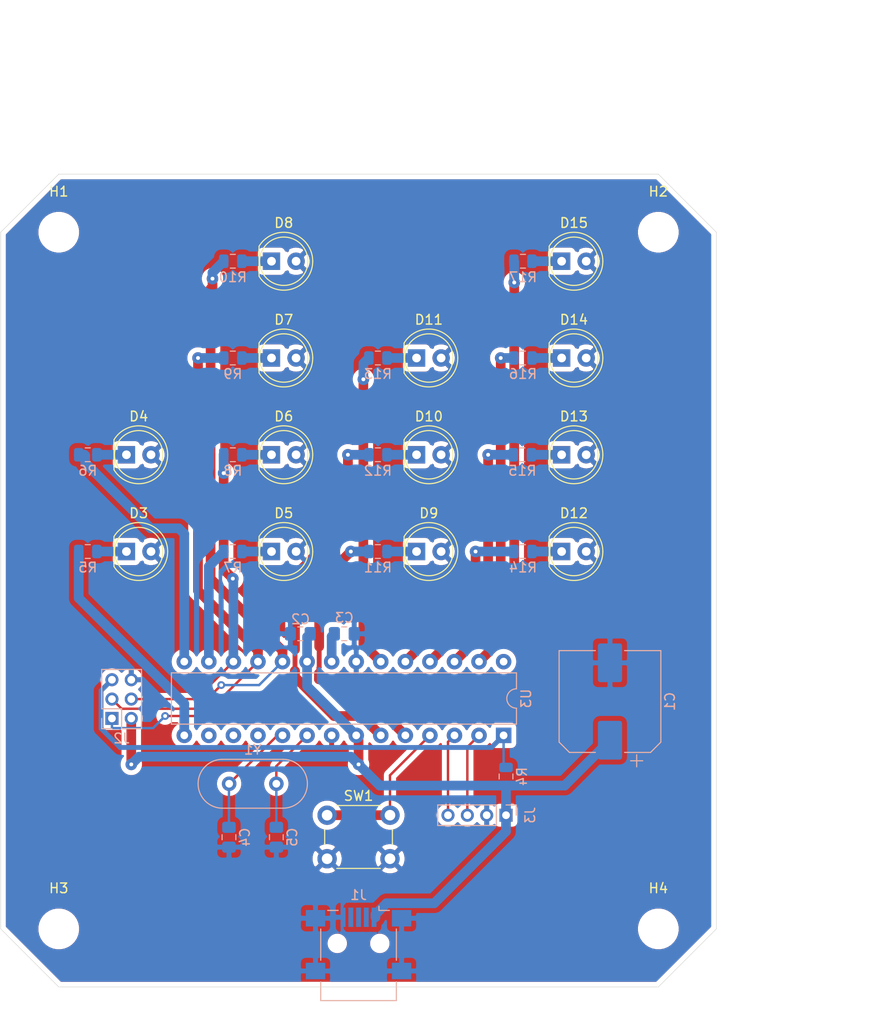
<source format=kicad_pcb>
(kicad_pcb (version 20171130) (host pcbnew 5.1.4-3.fc30)
  (layers (0 F.Cu signal) (31 B.Cu signal) (34 B.Paste user) (35 F.Paste user) (36 B.SilkS user) (37 F.SilkS user) (38 B.Mask user) (39 F.Mask user) (44 Edge.Cuts user))
  (net 0 "")
  (net 1 GND)
  (net 2 "Net-(C3-Pad2)")
  (net 3 "Net-(D3-Pad1)")
  (net 4 "Net-(D4-Pad1)")
  (net 5 "Net-(D5-Pad1)")
  (net 6 "Net-(D6-Pad1)")
  (net 7 "Net-(D7-Pad1)")
  (net 8 "Net-(D8-Pad1)")
  (net 9 "Net-(D9-Pad1)")
  (net 10 "Net-(D10-Pad1)")
  (net 11 "Net-(D11-Pad1)")
  (net 12 "Net-(D12-Pad1)")
  (net 13 "Net-(D13-Pad1)")
  (net 14 "Net-(D14-Pad1)")
  (net 15 "Net-(D15-Pad1)")
  (net 16 "Net-(J1-Pad4)")
  (net 17 "Net-(J1-Pad3)")
  (net 18 "Net-(J1-Pad2)")
  (net 19 /RESET)
  (net 20 /MOSI)
  (net 21 /SCK)
  (net 22 /MISO)
  (net 23 /DCF)
  (net 24 /DCF_ON)
  (net 25 "Net-(R5-Pad1)")
  (net 26 "Net-(R6-Pad1)")
  (net 27 "Net-(R7-Pad1)")
  (net 28 "Net-(R11-Pad1)")
  (net 29 "Net-(R12-Pad1)")
  (net 30 "Net-(R13-Pad1)")
  (net 31 "Net-(R14-Pad1)")
  (net 32 "Net-(R15-Pad1)")
  (net 33 "Net-(R16-Pad1)")
  (net 34 "Net-(R17-Pad1)")
  (net 35 "Net-(SW1-Pad1)")
  (net 36 "Net-(U3-Pad28)")
  (net 37 "Net-(U3-Pad13)")
  (net 38 "Net-(U3-Pad12)")
  (net 39 "Net-(U3-Pad11)")
  (net 40 +5V)
  (net 41 /XTAL2)
  (net 42 /XTAL1)
  (module Crystal:Crystal_HC49-U_Vertical (layer B.Cu) (at 113.5 119 180)
    (fp_text reference Y1 (at 2.44 3.525) (layer B.SilkS) (effects (justify mirror)))
    (fp_text value 16MHz)
    (fp_arc (start 5.565 0) (end 5.565 2.525) (angle -180) (layer B.SilkS) (width 0.12))
    (fp_arc (start -0.685 0) (end -0.685 2.525) (angle 180) (layer B.SilkS) (width 0.12))
    (fp_line (start -0.685 -2.525) (end 5.565 -2.525) (layer B.SilkS) (width 0.12))
    (fp_line (start -0.685 2.525) (end 5.565 2.525) (layer B.SilkS) (width 0.12))
    (pad 2 thru_hole circle (at 4.88 0 180) (size 1.5 1.5) (drill 0.8) (layers *.Cu *.Mask) (net 41 /XTAL2))
    (pad 1 thru_hole circle (at 0 0 180) (size 1.5 1.5) (drill 0.8) (layers *.Cu *.Mask) (net 42 /XTAL1))
  )
  (module Capacitor_SMD:C_0805_2012Metric_Pad1.15x1.40mm_HandSolder (layer B.Cu) (at 113.5 124.525 90)
    (fp_text reference C5 (at 0 1.65 90) (layer B.SilkS) (effects (justify mirror)))
    (fp_text value 22pF)
    (fp_line (start -0.261252 -0.71) (end 0.261252 -0.71) (layer B.SilkS) (width 0.12))
    (fp_line (start -0.261252 0.71) (end 0.261252 0.71) (layer B.SilkS) (width 0.12))
    (pad 2 smd roundrect (at 1.025 0 90) (size 1.15 1.4) (layers B.Cu B.Paste B.Mask) (roundrect_rratio 0.217391) (net 42 /XTAL1))
    (pad 1 smd roundrect (at -1.025 0 90) (size 1.15 1.4) (layers B.Cu B.Paste B.Mask) (roundrect_rratio 0.217391) (net 1 GND))
  )
  (module Capacitor_SMD:C_0805_2012Metric_Pad1.15x1.40mm_HandSolder (layer B.Cu) (at 108.6 124.525 90)
    (fp_text reference C4 (at 0 1.65 90) (layer B.SilkS) (effects (justify mirror)))
    (fp_text value 22pF)
    (fp_line (start -0.261252 -0.71) (end 0.261252 -0.71) (layer B.SilkS) (width 0.12))
    (fp_line (start -0.261252 0.71) (end 0.261252 0.71) (layer B.SilkS) (width 0.12))
    (pad 2 smd roundrect (at 1.025 0 90) (size 1.15 1.4) (layers B.Cu B.Paste B.Mask) (roundrect_rratio 0.217391) (net 41 /XTAL2))
    (pad 1 smd roundrect (at -1.025 0 90) (size 1.15 1.4) (layers B.Cu B.Paste B.Mask) (roundrect_rratio 0.217391) (net 1 GND))
  )
  (module MountingHole:MountingHole_3.2mm_M3 (layer F.Cu) (at 153 134)
    (fp_text reference H4 (at 0 -4.2) (layer F.SilkS))
    (fp_text value MountingHole)
    (pad 1 np_thru_hole circle (at 0 0) (size 3.2 3.2) (drill 3.2) (layers *.Cu *.Mask))
  )
  (module MountingHole:MountingHole_3.2mm_M3 (layer F.Cu) (at 91 134)
    (fp_text reference H3 (at 0 -4.2) (layer F.SilkS))
    (fp_text value MountingHole)
    (pad 1 np_thru_hole circle (at 0 0) (size 3.2 3.2) (drill 3.2) (layers *.Cu *.Mask))
  )
  (module MountingHole:MountingHole_3.2mm_M3 (layer F.Cu) (at 153 62)
    (fp_text reference H2 (at 0 -4.2) (layer F.SilkS))
    (fp_text value MountingHole)
    (pad 1 np_thru_hole circle (at 0 0) (size 3.2 3.2) (drill 3.2) (layers *.Cu *.Mask))
  )
  (module MountingHole:MountingHole_3.2mm_M3 (layer F.Cu) (at 91 62)
    (fp_text reference H1 (at 0 -4.2) (layer F.SilkS))
    (fp_text value MountingHole)
    (pad 1 np_thru_hole circle (at 0 0) (size 3.2 3.2) (drill 3.2) (layers *.Cu *.Mask))
  )
  (module Capacitor_SMD:C_0805_2012Metric_Pad1.15x1.40mm_HandSolder (layer B.Cu) (at 115.975 103.5)
    (fp_text reference C2 (at 0.025 -1.5 180) (layer B.SilkS) (effects (justify mirror)))
    (fp_text value 100nF)
    (fp_line (start -0.261252 -0.71) (end 0.261252 -0.71) (layer B.SilkS) (width 0.12))
    (fp_line (start -0.261252 0.71) (end 0.261252 0.71) (layer B.SilkS) (width 0.12))
    (pad 2 smd roundrect (at 1.025 0) (size 1.15 1.4) (layers B.Cu B.Paste B.Mask) (roundrect_rratio 0.217391) (net 40 +5V))
    (pad 1 smd roundrect (at -1.025 0) (size 1.15 1.4) (layers B.Cu B.Paste B.Mask) (roundrect_rratio 0.217391) (net 1 GND))
  )
  (module Capacitor_SMD:CP_Elec_10x10 (layer B.Cu) (at 148 110.5 90)
    (fp_text reference C1 (at 0 6.2 270) (layer B.SilkS) (effects (justify mirror)))
    (fp_text value 1000µF)
    (fp_line (start -6.125 3.385) (end -6.125 2.135) (layer B.SilkS) (width 0.12))
    (fp_line (start -6.75 2.76) (end -5.5 2.76) (layer B.SilkS) (width 0.12))
    (fp_line (start -5.26 -4.195563) (end -4.195563 -5.26) (layer B.SilkS) (width 0.12))
    (fp_line (start -5.26 4.195563) (end -4.195563 5.26) (layer B.SilkS) (width 0.12))
    (fp_line (start -5.26 4.195563) (end -5.26 1.51) (layer B.SilkS) (width 0.12))
    (fp_line (start -5.26 -4.195563) (end -5.26 -1.51) (layer B.SilkS) (width 0.12))
    (fp_line (start -4.195563 -5.26) (end 5.26 -5.26) (layer B.SilkS) (width 0.12))
    (fp_line (start -4.195563 5.26) (end 5.26 5.26) (layer B.SilkS) (width 0.12))
    (fp_line (start 5.26 5.26) (end 5.26 1.51) (layer B.SilkS) (width 0.12))
    (fp_line (start 5.26 -5.26) (end 5.26 -1.51) (layer B.SilkS) (width 0.12))
    (pad 2 smd roundrect (at 4 0 90) (size 4 2.5) (layers B.Cu B.Paste B.Mask) (roundrect_rratio 0.1) (net 1 GND))
    (pad 1 smd roundrect (at -4 0 90) (size 4 2.5) (layers B.Cu B.Paste B.Mask) (roundrect_rratio 0.1) (net 40 +5V))
  )
  (module Package_DIP:DIP-28_W7.62mm (layer B.Cu) (at 137 114 90)
    (fp_text reference U3 (at 3.81 2.33 90) (layer B.SilkS) (effects (justify mirror)))
    (fp_text value ATmega328P-PU)
    (fp_line (start 6.46 1.33) (end 4.81 1.33) (layer B.SilkS) (width 0.12))
    (fp_line (start 6.46 -34.35) (end 6.46 1.33) (layer B.SilkS) (width 0.12))
    (fp_line (start 1.16 -34.35) (end 6.46 -34.35) (layer B.SilkS) (width 0.12))
    (fp_line (start 1.16 1.33) (end 1.16 -34.35) (layer B.SilkS) (width 0.12))
    (fp_line (start 2.81 1.33) (end 1.16 1.33) (layer B.SilkS) (width 0.12))
    (fp_arc (start 3.81 1.33) (end 2.81 1.33) (angle 180) (layer B.SilkS) (width 0.12))
    (pad 28 thru_hole oval (at 7.62 0 90) (size 1.6 1.6) (drill 0.8) (layers *.Cu *.Mask) (net 36 "Net-(U3-Pad28)"))
    (pad 14 thru_hole oval (at 0 -33.02 90) (size 1.6 1.6) (drill 0.8) (layers *.Cu *.Mask) (net 25 "Net-(R5-Pad1)"))
    (pad 27 thru_hole oval (at 7.62 -2.54 90) (size 1.6 1.6) (drill 0.8) (layers *.Cu *.Mask) (net 34 "Net-(R17-Pad1)"))
    (pad 13 thru_hole oval (at 0 -30.48 90) (size 1.6 1.6) (drill 0.8) (layers *.Cu *.Mask) (net 37 "Net-(U3-Pad13)"))
    (pad 26 thru_hole oval (at 7.62 -5.08 90) (size 1.6 1.6) (drill 0.8) (layers *.Cu *.Mask) (net 33 "Net-(R16-Pad1)"))
    (pad 12 thru_hole oval (at 0 -27.94 90) (size 1.6 1.6) (drill 0.8) (layers *.Cu *.Mask) (net 38 "Net-(U3-Pad12)"))
    (pad 25 thru_hole oval (at 7.62 -7.62 90) (size 1.6 1.6) (drill 0.8) (layers *.Cu *.Mask) (net 32 "Net-(R15-Pad1)"))
    (pad 11 thru_hole oval (at 0 -25.4 90) (size 1.6 1.6) (drill 0.8) (layers *.Cu *.Mask) (net 39 "Net-(U3-Pad11)"))
    (pad 24 thru_hole oval (at 7.62 -10.16 90) (size 1.6 1.6) (drill 0.8) (layers *.Cu *.Mask) (net 31 "Net-(R14-Pad1)"))
    (pad 10 thru_hole oval (at 0 -22.86 90) (size 1.6 1.6) (drill 0.8) (layers *.Cu *.Mask) (net 41 /XTAL2))
    (pad 23 thru_hole oval (at 7.62 -12.7 90) (size 1.6 1.6) (drill 0.8) (layers *.Cu *.Mask) (net 30 "Net-(R13-Pad1)"))
    (pad 9 thru_hole oval (at 0 -20.32 90) (size 1.6 1.6) (drill 0.8) (layers *.Cu *.Mask) (net 42 /XTAL1))
    (pad 22 thru_hole oval (at 7.62 -15.24 90) (size 1.6 1.6) (drill 0.8) (layers *.Cu *.Mask) (net 1 GND))
    (pad 8 thru_hole oval (at 0 -17.78 90) (size 1.6 1.6) (drill 0.8) (layers *.Cu *.Mask) (net 1 GND))
    (pad 21 thru_hole oval (at 7.62 -17.78 90) (size 1.6 1.6) (drill 0.8) (layers *.Cu *.Mask) (net 2 "Net-(C3-Pad2)"))
    (pad 7 thru_hole oval (at 0 -15.24 90) (size 1.6 1.6) (drill 0.8) (layers *.Cu *.Mask) (net 40 +5V))
    (pad 20 thru_hole oval (at 7.62 -20.32 90) (size 1.6 1.6) (drill 0.8) (layers *.Cu *.Mask) (net 40 +5V))
    (pad 6 thru_hole oval (at 0 -12.7 90) (size 1.6 1.6) (drill 0.8) (layers *.Cu *.Mask) (net 29 "Net-(R12-Pad1)"))
    (pad 19 thru_hole oval (at 7.62 -22.86 90) (size 1.6 1.6) (drill 0.8) (layers *.Cu *.Mask) (net 21 /SCK))
    (pad 5 thru_hole oval (at 0 -10.16 90) (size 1.6 1.6) (drill 0.8) (layers *.Cu *.Mask) (net 28 "Net-(R11-Pad1)"))
    (pad 18 thru_hole oval (at 7.62 -25.4 90) (size 1.6 1.6) (drill 0.8) (layers *.Cu *.Mask) (net 22 /MISO))
    (pad 4 thru_hole oval (at 0 -7.62 90) (size 1.6 1.6) (drill 0.8) (layers *.Cu *.Mask) (net 35 "Net-(SW1-Pad1)"))
    (pad 17 thru_hole oval (at 7.62 -27.94 90) (size 1.6 1.6) (drill 0.8) (layers *.Cu *.Mask) (net 20 /MOSI))
    (pad 3 thru_hole oval (at 0 -5.08 90) (size 1.6 1.6) (drill 0.8) (layers *.Cu *.Mask) (net 23 /DCF))
    (pad 16 thru_hole oval (at 7.62 -30.48 90) (size 1.6 1.6) (drill 0.8) (layers *.Cu *.Mask) (net 27 "Net-(R7-Pad1)"))
    (pad 2 thru_hole oval (at 0 -2.54 90) (size 1.6 1.6) (drill 0.8) (layers *.Cu *.Mask) (net 24 /DCF_ON))
    (pad 15 thru_hole oval (at 7.62 -33.02 90) (size 1.6 1.6) (drill 0.8) (layers *.Cu *.Mask) (net 26 "Net-(R6-Pad1)"))
    (pad 1 thru_hole rect (at 0 0 90) (size 1.6 1.6) (drill 0.8) (layers *.Cu *.Mask) (net 19 /RESET))
  )
  (module Button_Switch_THT:SW_PUSH_6mm (layer F.Cu) (at 118.75 122.25)
    (fp_text reference SW1 (at 3.25 -2) (layer F.SilkS))
    (fp_text value SLEEP)
    (fp_line (start 6.75 3) (end 6.75 1.5) (layer F.SilkS) (width 0.12))
    (fp_line (start 5.5 -1) (end 1 -1) (layer F.SilkS) (width 0.12))
    (fp_line (start -0.25 1.5) (end -0.25 3) (layer F.SilkS) (width 0.12))
    (fp_line (start 1 5.5) (end 5.5 5.5) (layer F.SilkS) (width 0.12))
    (pad 1 thru_hole circle (at 6.5 0 90) (size 2 2) (drill 1.1) (layers *.Cu *.Mask) (net 35 "Net-(SW1-Pad1)"))
    (pad 2 thru_hole circle (at 6.5 4.5 90) (size 2 2) (drill 1.1) (layers *.Cu *.Mask) (net 1 GND))
    (pad 1 thru_hole circle (at 0 0 90) (size 2 2) (drill 1.1) (layers *.Cu *.Mask) (net 35 "Net-(SW1-Pad1)"))
    (pad 2 thru_hole circle (at 0 4.5 90) (size 2 2) (drill 1.1) (layers *.Cu *.Mask) (net 1 GND))
  )
  (module Resistor_SMD:R_0805_2012Metric (layer B.Cu) (at 139 65)
    (fp_text reference R17 (at 0 1.65) (layer B.SilkS) (effects (justify mirror)))
    (fp_text value 100Ω)
    (fp_line (start -0.258578 -0.71) (end 0.258578 -0.71) (layer B.SilkS) (width 0.12))
    (fp_line (start -0.258578 0.71) (end 0.258578 0.71) (layer B.SilkS) (width 0.12))
    (pad 2 smd roundrect (at 0.9375 0) (size 0.975 1.4) (layers B.Cu B.Paste B.Mask) (net 15 "Net-(D15-Pad1)"))
    (pad 1 smd roundrect (at -0.9375 0) (size 0.975 1.4) (layers B.Cu B.Paste B.Mask) (net 34 "Net-(R17-Pad1)"))
  )
  (module Resistor_SMD:R_0805_2012Metric (layer B.Cu) (at 139 75)
    (fp_text reference R16 (at 0 1.65) (layer B.SilkS) (effects (justify mirror)))
    (fp_text value 100Ω)
    (fp_line (start -0.258578 -0.71) (end 0.258578 -0.71) (layer B.SilkS) (width 0.12))
    (fp_line (start -0.258578 0.71) (end 0.258578 0.71) (layer B.SilkS) (width 0.12))
    (pad 2 smd roundrect (at 0.9375 0) (size 0.975 1.4) (layers B.Cu B.Paste B.Mask) (net 14 "Net-(D14-Pad1)"))
    (pad 1 smd roundrect (at -0.9375 0) (size 0.975 1.4) (layers B.Cu B.Paste B.Mask) (net 33 "Net-(R16-Pad1)"))
  )
  (module Resistor_SMD:R_0805_2012Metric (layer B.Cu) (at 138.9375 85)
    (fp_text reference R15 (at 0 1.65) (layer B.SilkS) (effects (justify mirror)))
    (fp_text value 100Ω)
    (fp_line (start -0.258578 -0.71) (end 0.258578 -0.71) (layer B.SilkS) (width 0.12))
    (fp_line (start -0.258578 0.71) (end 0.258578 0.71) (layer B.SilkS) (width 0.12))
    (pad 2 smd roundrect (at 0.9375 0) (size 0.975 1.4) (layers B.Cu B.Paste B.Mask) (net 13 "Net-(D13-Pad1)"))
    (pad 1 smd roundrect (at -0.9375 0) (size 0.975 1.4) (layers B.Cu B.Paste B.Mask) (net 32 "Net-(R15-Pad1)"))
  )
  (module Resistor_SMD:R_0805_2012Metric (layer B.Cu) (at 139 95)
    (fp_text reference R14 (at 0 1.65) (layer B.SilkS) (effects (justify mirror)))
    (fp_text value 100Ω)
    (fp_line (start -0.258578 -0.71) (end 0.258578 -0.71) (layer B.SilkS) (width 0.12))
    (fp_line (start -0.258578 0.71) (end 0.258578 0.71) (layer B.SilkS) (width 0.12))
    (pad 2 smd roundrect (at 0.9375 0) (size 0.975 1.4) (layers B.Cu B.Paste B.Mask) (net 12 "Net-(D12-Pad1)"))
    (pad 1 smd roundrect (at -0.9375 0) (size 0.975 1.4) (layers B.Cu B.Paste B.Mask) (net 31 "Net-(R14-Pad1)"))
  )
  (module Resistor_SMD:R_0805_2012Metric (layer B.Cu) (at 124 75)
    (fp_text reference R13 (at 0 1.65) (layer B.SilkS) (effects (justify mirror)))
    (fp_text value 100Ω)
    (fp_line (start -0.258578 -0.71) (end 0.258578 -0.71) (layer B.SilkS) (width 0.12))
    (fp_line (start -0.258578 0.71) (end 0.258578 0.71) (layer B.SilkS) (width 0.12))
    (pad 2 smd roundrect (at 0.9375 0) (size 0.975 1.4) (layers B.Cu B.Paste B.Mask) (net 11 "Net-(D11-Pad1)"))
    (pad 1 smd roundrect (at -0.9375 0) (size 0.975 1.4) (layers B.Cu B.Paste B.Mask) (net 30 "Net-(R13-Pad1)"))
  )
  (module Resistor_SMD:R_0805_2012Metric (layer B.Cu) (at 124 85)
    (fp_text reference R12 (at 0 1.65) (layer B.SilkS) (effects (justify mirror)))
    (fp_text value 100Ω)
    (fp_line (start -0.258578 -0.71) (end 0.258578 -0.71) (layer B.SilkS) (width 0.12))
    (fp_line (start -0.258578 0.71) (end 0.258578 0.71) (layer B.SilkS) (width 0.12))
    (pad 2 smd roundrect (at 0.9375 0) (size 0.975 1.4) (layers B.Cu B.Paste B.Mask) (net 10 "Net-(D10-Pad1)"))
    (pad 1 smd roundrect (at -0.9375 0) (size 0.975 1.4) (layers B.Cu B.Paste B.Mask) (net 29 "Net-(R12-Pad1)"))
  )
  (module Resistor_SMD:R_0805_2012Metric (layer B.Cu) (at 124 95)
    (fp_text reference R11 (at 0 1.65) (layer B.SilkS) (effects (justify mirror)))
    (fp_text value 100Ω)
    (fp_line (start -0.258578 -0.71) (end 0.258578 -0.71) (layer B.SilkS) (width 0.12))
    (fp_line (start -0.258578 0.71) (end 0.258578 0.71) (layer B.SilkS) (width 0.12))
    (pad 2 smd roundrect (at 0.9375 0) (size 0.975 1.4) (layers B.Cu B.Paste B.Mask) (net 9 "Net-(D9-Pad1)"))
    (pad 1 smd roundrect (at -0.9375 0) (size 0.975 1.4) (layers B.Cu B.Paste B.Mask) (net 28 "Net-(R11-Pad1)"))
  )
  (module Resistor_SMD:R_0805_2012Metric (layer B.Cu) (at 109 65)
    (fp_text reference R10 (at 0 1.65) (layer B.SilkS) (effects (justify mirror)))
    (fp_text value 100Ω)
    (fp_line (start -0.258578 -0.71) (end 0.258578 -0.71) (layer B.SilkS) (width 0.12))
    (fp_line (start -0.258578 0.71) (end 0.258578 0.71) (layer B.SilkS) (width 0.12))
    (pad 2 smd roundrect (at 0.9375 0) (size 0.975 1.4) (layers B.Cu B.Paste B.Mask) (net 8 "Net-(D8-Pad1)"))
    (pad 1 smd roundrect (at -0.9375 0) (size 0.975 1.4) (layers B.Cu B.Paste B.Mask) (net 21 /SCK))
  )
  (module Resistor_SMD:R_0805_2012Metric (layer B.Cu) (at 109 75)
    (fp_text reference R9 (at 0 1.65) (layer B.SilkS) (effects (justify mirror)))
    (fp_text value 100Ω)
    (fp_line (start -0.258578 -0.71) (end 0.258578 -0.71) (layer B.SilkS) (width 0.12))
    (fp_line (start -0.258578 0.71) (end 0.258578 0.71) (layer B.SilkS) (width 0.12))
    (pad 2 smd roundrect (at 0.9375 0) (size 0.975 1.4) (layers B.Cu B.Paste B.Mask) (net 7 "Net-(D7-Pad1)"))
    (pad 1 smd roundrect (at -0.9375 0) (size 0.975 1.4) (layers B.Cu B.Paste B.Mask) (net 22 /MISO))
  )
  (module Resistor_SMD:R_0805_2012Metric (layer B.Cu) (at 109 85)
    (fp_text reference R8 (at 0 1.65) (layer B.SilkS) (effects (justify mirror)))
    (fp_text value 100Ω)
    (fp_line (start -0.258578 -0.71) (end 0.258578 -0.71) (layer B.SilkS) (width 0.12))
    (fp_line (start -0.258578 0.71) (end 0.258578 0.71) (layer B.SilkS) (width 0.12))
    (pad 2 smd roundrect (at 0.9375 0) (size 0.975 1.4) (layers B.Cu B.Paste B.Mask) (net 6 "Net-(D6-Pad1)"))
    (pad 1 smd roundrect (at -0.9375 0) (size 0.975 1.4) (layers B.Cu B.Paste B.Mask) (net 20 /MOSI))
  )
  (module Resistor_SMD:R_0805_2012Metric (layer B.Cu) (at 109 95)
    (fp_text reference R7 (at 0 1.65) (layer B.SilkS) (effects (justify mirror)))
    (fp_text value 100Ω)
    (fp_line (start -0.258578 -0.71) (end 0.258578 -0.71) (layer B.SilkS) (width 0.12))
    (fp_line (start -0.258578 0.71) (end 0.258578 0.71) (layer B.SilkS) (width 0.12))
    (pad 2 smd roundrect (at 0.9375 0) (size 0.975 1.4) (layers B.Cu B.Paste B.Mask) (net 5 "Net-(D5-Pad1)"))
    (pad 1 smd roundrect (at -0.9375 0) (size 0.975 1.4) (layers B.Cu B.Paste B.Mask) (net 27 "Net-(R7-Pad1)"))
  )
  (module Resistor_SMD:R_0805_2012Metric (layer B.Cu) (at 94 85)
    (fp_text reference R6 (at 0 1.65) (layer B.SilkS) (effects (justify mirror)))
    (fp_text value 100Ω)
    (fp_line (start -0.258578 -0.71) (end 0.258578 -0.71) (layer B.SilkS) (width 0.12))
    (fp_line (start -0.258578 0.71) (end 0.258578 0.71) (layer B.SilkS) (width 0.12))
    (pad 2 smd roundrect (at 0.9375 0) (size 0.975 1.4) (layers B.Cu B.Paste B.Mask) (net 4 "Net-(D4-Pad1)"))
    (pad 1 smd roundrect (at -0.9375 0) (size 0.975 1.4) (layers B.Cu B.Paste B.Mask) (net 26 "Net-(R6-Pad1)"))
  )
  (module Resistor_SMD:R_0805_2012Metric (layer B.Cu) (at 94 95)
    (fp_text reference R5 (at 0 1.65) (layer B.SilkS) (effects (justify mirror)))
    (fp_text value 100Ω)
    (fp_line (start -0.258578 -0.71) (end 0.258578 -0.71) (layer B.SilkS) (width 0.12))
    (fp_line (start -0.258578 0.71) (end 0.258578 0.71) (layer B.SilkS) (width 0.12))
    (pad 2 smd roundrect (at 0.9375 0) (size 0.975 1.4) (layers B.Cu B.Paste B.Mask) (net 3 "Net-(D3-Pad1)"))
    (pad 1 smd roundrect (at -0.9375 0) (size 0.975 1.4) (layers B.Cu B.Paste B.Mask) (net 25 "Net-(R5-Pad1)"))
  )
  (module Resistor_SMD:R_0805_2012Metric (layer B.Cu) (at 137.25 118.25 90)
    (fp_text reference R4 (at 0 1.65 90) (layer B.SilkS) (effects (justify mirror)))
    (fp_text value 10kΩ)
    (fp_line (start -0.258578 -0.71) (end 0.258578 -0.71) (layer B.SilkS) (width 0.12))
    (fp_line (start -0.258578 0.71) (end 0.258578 0.71) (layer B.SilkS) (width 0.12))
    (pad 2 smd roundrect (at 0.9375 0 90) (size 0.975 1.4) (layers B.Cu B.Paste B.Mask) (net 19 /RESET))
    (pad 1 smd roundrect (at -0.9375 0 90) (size 0.975 1.4) (layers B.Cu B.Paste B.Mask) (net 40 +5V))
  )
  (module Connector_PinSocket_2.00mm:PinSocket_1x04_P2.00mm_Vertical (layer B.Cu) (at 137.25 122.25 90)
    (fp_text reference J3 (at 0 2.5 90) (layer B.SilkS) (effects (justify mirror)))
    (fp_text value "DCF-77 Receiver")
    (fp_line (start 0 1.06) (end 1.06 1.06) (layer B.SilkS) (width 0.12))
    (fp_line (start 1.06 1.06) (end 1.06 0) (layer B.SilkS) (width 0.12))
    (fp_line (start 1.06 -1) (end 1.06 -7.06) (layer B.SilkS) (width 0.12))
    (fp_line (start -1.06 -7.06) (end 1.06 -7.06) (layer B.SilkS) (width 0.12))
    (fp_line (start -1.06 -1) (end -1.06 -7.06) (layer B.SilkS) (width 0.12))
    (fp_line (start -1.06 -1) (end 1.06 -1) (layer B.SilkS) (width 0.12))
    (pad 4 thru_hole oval (at 0 -6 90) (size 1.35 1.35) (drill 0.8) (layers *.Cu *.Mask) (net 23 /DCF))
    (pad 3 thru_hole oval (at 0 -4 90) (size 1.35 1.35) (drill 0.8) (layers *.Cu *.Mask) (net 24 /DCF_ON))
    (pad 2 thru_hole oval (at 0 -2 90) (size 1.35 1.35) (drill 0.8) (layers *.Cu *.Mask) (net 1 GND))
    (pad 1 thru_hole rect (at 0 0 90) (size 1.35 1.35) (drill 0.8) (layers *.Cu *.Mask) (net 40 +5V))
  )
  (module Connector_PinHeader_2.00mm:PinHeader_2x03_P2.00mm_Vertical (layer B.Cu) (at 96.5 112.25)
    (fp_text reference J2 (at 1 2.06) (layer B.SilkS) (effects (justify mirror)))
    (fp_text value ISP)
    (fp_line (start -1.06 1.06) (end 0 1.06) (layer B.SilkS) (width 0.12))
    (fp_line (start -1.06 0) (end -1.06 1.06) (layer B.SilkS) (width 0.12))
    (fp_line (start 1 1.06) (end 3.06 1.06) (layer B.SilkS) (width 0.12))
    (fp_line (start 1 -1) (end 1 1.06) (layer B.SilkS) (width 0.12))
    (fp_line (start -1.06 -1) (end 1 -1) (layer B.SilkS) (width 0.12))
    (fp_line (start 3.06 1.06) (end 3.06 -5.06) (layer B.SilkS) (width 0.12))
    (fp_line (start -1.06 -1) (end -1.06 -5.06) (layer B.SilkS) (width 0.12))
    (fp_line (start -1.06 -5.06) (end 3.06 -5.06) (layer B.SilkS) (width 0.12))
    (pad 6 thru_hole oval (at 2 -4) (size 1.35 1.35) (drill 0.8) (layers *.Cu *.Mask) (net 1 GND))
    (pad 5 thru_hole oval (at 0 -4) (size 1.35 1.35) (drill 0.8) (layers *.Cu *.Mask) (net 19 /RESET))
    (pad 4 thru_hole oval (at 2 -2) (size 1.35 1.35) (drill 0.8) (layers *.Cu *.Mask) (net 20 /MOSI))
    (pad 3 thru_hole oval (at 0 -2) (size 1.35 1.35) (drill 0.8) (layers *.Cu *.Mask) (net 21 /SCK))
    (pad 2 thru_hole oval (at 2 0) (size 1.35 1.35) (drill 0.8) (layers *.Cu *.Mask) (net 40 +5V))
    (pad 1 thru_hole rect (at 0 0) (size 1.35 1.35) (drill 0.8) (layers *.Cu *.Mask) (net 22 /MISO))
  )
  (module Connector_USB:USB_Mini-B_Lumberg_2486_01_Horizontal (layer B.Cu) (at 122 135.5 180)
    (fp_text reference J1 (at 0 5 180) (layer B.SilkS) (effects (justify mirror)))
    (fp_text value USB_B_Micro)
    (fp_line (start -3.91 -5.91) (end -3.91 -3.96) (layer B.SilkS) (width 0.12))
    (fp_line (start -3.91 -1.74) (end -3.91 1.49) (layer B.SilkS) (width 0.12))
    (fp_line (start -3.19 3.41) (end -2.11 3.41) (layer B.SilkS) (width 0.12))
    (fp_line (start 2.11 3.41) (end 3.19 3.41) (layer B.SilkS) (width 0.12))
    (fp_line (start 3.91 -1.74) (end 3.91 1.49) (layer B.SilkS) (width 0.12))
    (fp_line (start 3.91 -5.91) (end 3.91 -3.96) (layer B.SilkS) (width 0.12))
    (fp_line (start -2.11 3.41) (end -2.11 3.84) (layer B.SilkS) (width 0.12))
    (fp_line (start 3.91 -5.91) (end -3.91 -5.91) (layer B.SilkS) (width 0.12))
    (pad "" np_thru_hole circle (at 2.2 0 180) (size 1 1) (drill 1) (layers *.Cu *.Mask))
    (pad "" np_thru_hole circle (at -2.2 0 180) (size 1 1) (drill 1) (layers *.Cu *.Mask))
    (pad 6 smd rect (at 4.45 -2.85 180) (size 2 1.7) (layers B.Cu B.Paste B.Mask) (net 1 GND))
    (pad 6 smd rect (at 4.45 2.6 180) (size 2 1.7) (layers B.Cu B.Paste B.Mask) (net 1 GND))
    (pad 6 smd rect (at -4.45 -2.85 180) (size 2 1.7) (layers B.Cu B.Paste B.Mask) (net 1 GND))
    (pad 6 smd rect (at -4.45 2.6 180) (size 2 1.7) (layers B.Cu B.Paste B.Mask) (net 1 GND))
    (pad 5 smd rect (at 1.6 2.7 180) (size 0.5 2) (layers B.Cu B.Paste B.Mask) (net 1 GND))
    (pad 4 smd rect (at 0.8 2.7 180) (size 0.5 2) (layers B.Cu B.Paste B.Mask) (net 16 "Net-(J1-Pad4)"))
    (pad 3 smd rect (at 0 2.7 180) (size 0.5 2) (layers B.Cu B.Paste B.Mask) (net 17 "Net-(J1-Pad3)"))
    (pad 2 smd rect (at -0.8 2.7 180) (size 0.5 2) (layers B.Cu B.Paste B.Mask) (net 18 "Net-(J1-Pad2)"))
    (pad 1 smd rect (at -1.6 2.7 180) (size 0.5 2) (layers B.Cu B.Paste B.Mask) (net 40 +5V))
  )
  (module LED_THT:LED_D5.0mm (layer F.Cu) (at 143 65)
    (fp_text reference D15 (at 1.27 -3.96) (layer F.SilkS))
    (fp_text value LED_03x03)
    (fp_line (start -1.29 -1.545) (end -1.29 1.545) (layer F.SilkS) (width 0.12))
    (fp_circle (center 1.27 0) (end 3.77 0) (layer F.SilkS) (width 0.12))
    (fp_arc (start 1.27 0) (end -1.29 1.54483) (angle -148.9) (layer F.SilkS) (width 0.12))
    (fp_arc (start 1.27 0) (end -1.29 -1.54483) (angle 148.9) (layer F.SilkS) (width 0.12))
    (pad 2 thru_hole circle (at 2.54 0) (size 1.8 1.8) (drill 0.9) (layers *.Cu *.Mask) (net 1 GND))
    (pad 1 thru_hole rect (at 0 0) (size 1.8 1.8) (drill 0.9) (layers *.Cu *.Mask) (net 15 "Net-(D15-Pad1)"))
  )
  (module LED_THT:LED_D5.0mm (layer F.Cu) (at 143 75)
    (fp_text reference D14 (at 1.27 -3.96) (layer F.SilkS))
    (fp_text value LED_03x02)
    (fp_line (start -1.29 -1.545) (end -1.29 1.545) (layer F.SilkS) (width 0.12))
    (fp_circle (center 1.27 0) (end 3.77 0) (layer F.SilkS) (width 0.12))
    (fp_arc (start 1.27 0) (end -1.29 1.54483) (angle -148.9) (layer F.SilkS) (width 0.12))
    (fp_arc (start 1.27 0) (end -1.29 -1.54483) (angle 148.9) (layer F.SilkS) (width 0.12))
    (pad 2 thru_hole circle (at 2.54 0) (size 1.8 1.8) (drill 0.9) (layers *.Cu *.Mask) (net 1 GND))
    (pad 1 thru_hole rect (at 0 0) (size 1.8 1.8) (drill 0.9) (layers *.Cu *.Mask) (net 14 "Net-(D14-Pad1)"))
  )
  (module LED_THT:LED_D5.0mm (layer F.Cu) (at 143 85)
    (fp_text reference D13 (at 1.27 -3.96) (layer F.SilkS))
    (fp_text value LED_03x01)
    (fp_line (start -1.29 -1.545) (end -1.29 1.545) (layer F.SilkS) (width 0.12))
    (fp_circle (center 1.27 0) (end 3.77 0) (layer F.SilkS) (width 0.12))
    (fp_arc (start 1.27 0) (end -1.29 1.54483) (angle -148.9) (layer F.SilkS) (width 0.12))
    (fp_arc (start 1.27 0) (end -1.29 -1.54483) (angle 148.9) (layer F.SilkS) (width 0.12))
    (pad 2 thru_hole circle (at 2.54 0) (size 1.8 1.8) (drill 0.9) (layers *.Cu *.Mask) (net 1 GND))
    (pad 1 thru_hole rect (at 0 0) (size 1.8 1.8) (drill 0.9) (layers *.Cu *.Mask) (net 13 "Net-(D13-Pad1)"))
  )
  (module LED_THT:LED_D5.0mm (layer F.Cu) (at 143 95)
    (fp_text reference D12 (at 1.27 -3.96) (layer F.SilkS))
    (fp_text value LED_03x00)
    (fp_line (start -1.29 -1.545) (end -1.29 1.545) (layer F.SilkS) (width 0.12))
    (fp_circle (center 1.27 0) (end 3.77 0) (layer F.SilkS) (width 0.12))
    (fp_arc (start 1.27 0) (end -1.29 1.54483) (angle -148.9) (layer F.SilkS) (width 0.12))
    (fp_arc (start 1.27 0) (end -1.29 -1.54483) (angle 148.9) (layer F.SilkS) (width 0.12))
    (pad 2 thru_hole circle (at 2.54 0) (size 1.8 1.8) (drill 0.9) (layers *.Cu *.Mask) (net 1 GND))
    (pad 1 thru_hole rect (at 0 0) (size 1.8 1.8) (drill 0.9) (layers *.Cu *.Mask) (net 12 "Net-(D12-Pad1)"))
  )
  (module LED_THT:LED_D5.0mm (layer F.Cu) (at 128 75)
    (fp_text reference D11 (at 1.27 -3.96) (layer F.SilkS))
    (fp_text value LED_02x02)
    (fp_line (start -1.29 -1.545) (end -1.29 1.545) (layer F.SilkS) (width 0.12))
    (fp_circle (center 1.27 0) (end 3.77 0) (layer F.SilkS) (width 0.12))
    (fp_arc (start 1.27 0) (end -1.29 1.54483) (angle -148.9) (layer F.SilkS) (width 0.12))
    (fp_arc (start 1.27 0) (end -1.29 -1.54483) (angle 148.9) (layer F.SilkS) (width 0.12))
    (pad 2 thru_hole circle (at 2.54 0) (size 1.8 1.8) (drill 0.9) (layers *.Cu *.Mask) (net 1 GND))
    (pad 1 thru_hole rect (at 0 0) (size 1.8 1.8) (drill 0.9) (layers *.Cu *.Mask) (net 11 "Net-(D11-Pad1)"))
  )
  (module LED_THT:LED_D5.0mm (layer F.Cu) (at 128 85)
    (fp_text reference D10 (at 1.27 -3.96) (layer F.SilkS))
    (fp_text value LED_02x01)
    (fp_line (start -1.29 -1.545) (end -1.29 1.545) (layer F.SilkS) (width 0.12))
    (fp_circle (center 1.27 0) (end 3.77 0) (layer F.SilkS) (width 0.12))
    (fp_arc (start 1.27 0) (end -1.29 1.54483) (angle -148.9) (layer F.SilkS) (width 0.12))
    (fp_arc (start 1.27 0) (end -1.29 -1.54483) (angle 148.9) (layer F.SilkS) (width 0.12))
    (pad 2 thru_hole circle (at 2.54 0) (size 1.8 1.8) (drill 0.9) (layers *.Cu *.Mask) (net 1 GND))
    (pad 1 thru_hole rect (at 0 0) (size 1.8 1.8) (drill 0.9) (layers *.Cu *.Mask) (net 10 "Net-(D10-Pad1)"))
  )
  (module LED_THT:LED_D5.0mm (layer F.Cu) (at 128 95)
    (fp_text reference D9 (at 1.27 -3.96) (layer F.SilkS))
    (fp_text value LED_02x00)
    (fp_line (start -1.29 -1.545) (end -1.29 1.545) (layer F.SilkS) (width 0.12))
    (fp_circle (center 1.27 0) (end 3.77 0) (layer F.SilkS) (width 0.12))
    (fp_arc (start 1.27 0) (end -1.29 1.54483) (angle -148.9) (layer F.SilkS) (width 0.12))
    (fp_arc (start 1.27 0) (end -1.29 -1.54483) (angle 148.9) (layer F.SilkS) (width 0.12))
    (pad 2 thru_hole circle (at 2.54 0) (size 1.8 1.8) (drill 0.9) (layers *.Cu *.Mask) (net 1 GND))
    (pad 1 thru_hole rect (at 0 0) (size 1.8 1.8) (drill 0.9) (layers *.Cu *.Mask) (net 9 "Net-(D9-Pad1)"))
  )
  (module LED_THT:LED_D5.0mm (layer F.Cu) (at 113 65)
    (fp_text reference D8 (at 1.27 -3.96) (layer F.SilkS))
    (fp_text value LED_01x03)
    (fp_line (start -1.29 -1.545) (end -1.29 1.545) (layer F.SilkS) (width 0.12))
    (fp_circle (center 1.27 0) (end 3.77 0) (layer F.SilkS) (width 0.12))
    (fp_arc (start 1.27 0) (end -1.29 1.54483) (angle -148.9) (layer F.SilkS) (width 0.12))
    (fp_arc (start 1.27 0) (end -1.29 -1.54483) (angle 148.9) (layer F.SilkS) (width 0.12))
    (pad 2 thru_hole circle (at 2.54 0) (size 1.8 1.8) (drill 0.9) (layers *.Cu *.Mask) (net 1 GND))
    (pad 1 thru_hole rect (at 0 0) (size 1.8 1.8) (drill 0.9) (layers *.Cu *.Mask) (net 8 "Net-(D8-Pad1)"))
  )
  (module LED_THT:LED_D5.0mm (layer F.Cu) (at 113 75)
    (fp_text reference D7 (at 1.27 -3.96) (layer F.SilkS))
    (fp_text value LED_01x02)
    (fp_line (start -1.29 -1.545) (end -1.29 1.545) (layer F.SilkS) (width 0.12))
    (fp_circle (center 1.27 0) (end 3.77 0) (layer F.SilkS) (width 0.12))
    (fp_arc (start 1.27 0) (end -1.29 1.54483) (angle -148.9) (layer F.SilkS) (width 0.12))
    (fp_arc (start 1.27 0) (end -1.29 -1.54483) (angle 148.9) (layer F.SilkS) (width 0.12))
    (pad 2 thru_hole circle (at 2.54 0) (size 1.8 1.8) (drill 0.9) (layers *.Cu *.Mask) (net 1 GND))
    (pad 1 thru_hole rect (at 0 0) (size 1.8 1.8) (drill 0.9) (layers *.Cu *.Mask) (net 7 "Net-(D7-Pad1)"))
  )
  (module LED_THT:LED_D5.0mm (layer F.Cu) (at 113 85)
    (fp_text reference D6 (at 1.27 -3.96) (layer F.SilkS))
    (fp_text value LED_01x01)
    (fp_line (start -1.29 -1.545) (end -1.29 1.545) (layer F.SilkS) (width 0.12))
    (fp_circle (center 1.27 0) (end 3.77 0) (layer F.SilkS) (width 0.12))
    (fp_arc (start 1.27 0) (end -1.29 1.54483) (angle -148.9) (layer F.SilkS) (width 0.12))
    (fp_arc (start 1.27 0) (end -1.29 -1.54483) (angle 148.9) (layer F.SilkS) (width 0.12))
    (pad 2 thru_hole circle (at 2.54 0) (size 1.8 1.8) (drill 0.9) (layers *.Cu *.Mask) (net 1 GND))
    (pad 1 thru_hole rect (at 0 0) (size 1.8 1.8) (drill 0.9) (layers *.Cu *.Mask) (net 6 "Net-(D6-Pad1)"))
  )
  (module LED_THT:LED_D5.0mm (layer F.Cu) (at 113 95)
    (fp_text reference D5 (at 1.27 -3.96) (layer F.SilkS))
    (fp_text value LED_01x00)
    (fp_line (start -1.29 -1.545) (end -1.29 1.545) (layer F.SilkS) (width 0.12))
    (fp_circle (center 1.27 0) (end 3.77 0) (layer F.SilkS) (width 0.12))
    (fp_arc (start 1.27 0) (end -1.29 1.54483) (angle -148.9) (layer F.SilkS) (width 0.12))
    (fp_arc (start 1.27 0) (end -1.29 -1.54483) (angle 148.9) (layer F.SilkS) (width 0.12))
    (pad 2 thru_hole circle (at 2.54 0) (size 1.8 1.8) (drill 0.9) (layers *.Cu *.Mask) (net 1 GND))
    (pad 1 thru_hole rect (at 0 0) (size 1.8 1.8) (drill 0.9) (layers *.Cu *.Mask) (net 5 "Net-(D5-Pad1)"))
  )
  (module LED_THT:LED_D5.0mm (layer F.Cu) (at 98 85)
    (fp_text reference D4 (at 1.27 -3.96) (layer F.SilkS))
    (fp_text value LED_00x01)
    (fp_line (start -1.29 -1.545) (end -1.29 1.545) (layer F.SilkS) (width 0.12))
    (fp_circle (center 1.27 0) (end 3.77 0) (layer F.SilkS) (width 0.12))
    (fp_arc (start 1.27 0) (end -1.29 1.54483) (angle -148.9) (layer F.SilkS) (width 0.12))
    (fp_arc (start 1.27 0) (end -1.29 -1.54483) (angle 148.9) (layer F.SilkS) (width 0.12))
    (pad 2 thru_hole circle (at 2.54 0) (size 1.8 1.8) (drill 0.9) (layers *.Cu *.Mask) (net 1 GND))
    (pad 1 thru_hole rect (at 0 0) (size 1.8 1.8) (drill 0.9) (layers *.Cu *.Mask) (net 4 "Net-(D4-Pad1)"))
  )
  (module LED_THT:LED_D5.0mm (layer F.Cu) (at 98 95)
    (fp_text reference D3 (at 1.27 -3.96) (layer F.SilkS))
    (fp_text value LED_00x00)
    (fp_line (start -1.29 -1.545) (end -1.29 1.545) (layer F.SilkS) (width 0.12))
    (fp_circle (center 1.27 0) (end 3.77 0) (layer F.SilkS) (width 0.12))
    (fp_arc (start 1.27 0) (end -1.29 1.54483) (angle -148.9) (layer F.SilkS) (width 0.12))
    (fp_arc (start 1.27 0) (end -1.29 -1.54483) (angle 148.9) (layer F.SilkS) (width 0.12))
    (pad 2 thru_hole circle (at 2.54 0) (size 1.8 1.8) (drill 0.9) (layers *.Cu *.Mask) (net 1 GND))
    (pad 1 thru_hole rect (at 0 0) (size 1.8 1.8) (drill 0.9) (layers *.Cu *.Mask) (net 3 "Net-(D3-Pad1)"))
  )
  (module Capacitor_SMD:C_0805_2012Metric_Pad1.15x1.40mm_HandSolder (layer B.Cu) (at 120.525 103.5 180)
    (fp_text reference C3 (at 0 1.65) (layer B.SilkS) (effects (justify mirror)))
    (fp_text value 100nF)
    (fp_line (start -0.261252 -0.71) (end 0.261252 -0.71) (layer B.SilkS) (width 0.12))
    (fp_line (start -0.261252 0.71) (end 0.261252 0.71) (layer B.SilkS) (width 0.12))
    (pad 2 smd roundrect (at 1.025 0 180) (size 1.15 1.4) (layers B.Cu B.Paste B.Mask) (roundrect_rratio 0.217391) (net 2 "Net-(C3-Pad2)"))
    (pad 1 smd roundrect (at -1.025 0 180) (size 1.15 1.4) (layers B.Cu B.Paste B.Mask) (roundrect_rratio 0.217391) (net 1 GND))
  )
  (gr_line (start 153 140) (end 159 134) (layer Edge.Cuts) (width 0.05))
  (gr_line (start 85 134) (end 91 140) (layer Edge.Cuts) (width 0.05))
  (gr_line (start 91 140) (end 153 140) (layer Edge.Cuts) (width 0.05))
  (gr_line (start 85 62) (end 85 134) (layer Edge.Cuts) (width 0.05))
  (gr_line (start 91 56) (end 85 62) (layer Edge.Cuts) (width 0.05))
  (gr_line (start 159 62) (end 159 134) (layer Edge.Cuts) (width 0.05))
  (gr_line (start 153 56) (end 159 62) (layer Edge.Cuts) (width 0.05))
  (gr_line (start 153 56) (end 91 56) (layer Edge.Cuts) (width 0.05))
  (via (at 98.5 117) (size 1.2) (drill 0.4) (layers F.Cu B.Cu) (net 40))
  (via (at 122 117) (size 1.2) (drill 0.4) (layers F.Cu B.Cu) (net 40))
  (segment (start 119.22 103.78) (end 119.5 103.5) (width 1) (layer B.Cu) (net 2))
  (segment (start 119.22 106.38) (end 119.22 103.78) (width 1) (layer B.Cu) (net 2))
  (segment (start 94.9375 95) (end 98 95) (width 1) (layer B.Cu) (net 3))
  (segment (start 94.9375 85) (end 98 85) (width 1) (layer B.Cu) (net 4))
  (segment (start 113 95) (end 109.9375 95) (width 1) (layer B.Cu) (net 5))
  (segment (start 109.9375 85) (end 113 85) (width 1) (layer B.Cu) (net 6))
  (segment (start 113 75) (end 109.9375 75) (width 1) (layer B.Cu) (net 7))
  (segment (start 109.9375 65) (end 113 65) (width 1) (layer B.Cu) (net 8))
  (segment (start 128 95) (end 124.9375 95) (width 1) (layer B.Cu) (net 9))
  (segment (start 128 85) (end 124.9375 85) (width 1) (layer B.Cu) (net 10))
  (segment (start 124.9375 75) (end 128 75) (width 1) (layer B.Cu) (net 11))
  (segment (start 143 95) (end 139.9375 95) (width 1) (layer B.Cu) (net 12))
  (segment (start 139.875 85) (end 143 85) (width 1) (layer B.Cu) (net 13))
  (segment (start 143 75) (end 139.9375 75) (width 1) (layer B.Cu) (net 14))
  (segment (start 139.9375 65) (end 143 65) (width 1) (layer B.Cu) (net 15))
  (segment (start 137 117.0625) (end 137.25 117.3125) (width 0.25) (layer B.Cu) (net 19))
  (segment (start 137 114) (end 137 117.0625) (width 0.25) (layer B.Cu) (net 19))
  (segment (start 96.5 108.25) (end 96.834998 108.25) (width 0.5) (layer B.Cu) (net 19))
  (segment (start 135.749999 115.250001) (end 97.339999 115.250001) (width 0.5) (layer B.Cu) (net 19))
  (segment (start 95.374999 109.375001) (end 95.825001 108.924999) (width 0.5) (layer B.Cu) (net 19))
  (segment (start 97.339999 115.250001) (end 95.374999 113.285001) (width 0.5) (layer B.Cu) (net 19))
  (segment (start 95.825001 108.924999) (end 96.5 108.25) (width 0.5) (layer B.Cu) (net 19))
  (segment (start 137 114) (end 135.749999 115.250001) (width 0.5) (layer B.Cu) (net 19))
  (segment (start 95.374999 113.285001) (end 95.374999 109.375001) (width 0.5) (layer B.Cu) (net 19))
  (via (at 108.05 86.9) (size 1.2) (drill 0.4) (layers F.Cu B.Cu) (net 20))
  (via (at 109 97.8) (size 1.2) (drill 0.4) (layers F.Cu B.Cu) (net 20))
  (segment (start 105.19 110.25) (end 109.06 106.38) (width 0.25) (layer F.Cu) (net 20))
  (segment (start 98.5 110.25) (end 105.19 110.25) (width 0.25) (layer F.Cu) (net 20))
  (segment (start 109.06 97.86) (end 109 97.8) (width 1) (layer B.Cu) (net 20))
  (segment (start 109.06 106.38) (end 109.06 97.86) (width 1) (layer B.Cu) (net 20))
  (segment (start 108.05 96.85) (end 108.05 86.9) (width 1) (layer F.Cu) (net 20))
  (segment (start 109 97.8) (end 108.05 96.85) (width 1) (layer F.Cu) (net 20))
  (segment (start 108.05 85.0125) (end 108.0625 85) (width 1) (layer B.Cu) (net 20))
  (segment (start 108.05 86.9) (end 108.05 85.0125) (width 1) (layer B.Cu) (net 20))
  (via (at 106.9 66.8) (size 1.2) (drill 0.4) (layers F.Cu B.Cu) (net 21))
  (via (at 107.8 108.8) (size 0.8) (drill 0.4) (layers F.Cu B.Cu) (net 21))
  (segment (start 107.400001 109.199999) (end 107.8 108.8) (width 0.25) (layer F.Cu) (net 21))
  (segment (start 105.35 111.25) (end 107.400001 109.199999) (width 0.25) (layer F.Cu) (net 21))
  (segment (start 97.5 111.25) (end 105.35 111.25) (width 0.25) (layer F.Cu) (net 21))
  (segment (start 96.5 110.25) (end 97.5 111.25) (width 0.25) (layer F.Cu) (net 21))
  (segment (start 111.72 108.8) (end 114.14 106.38) (width 0.25) (layer B.Cu) (net 21))
  (segment (start 107.8 108.8) (end 111.72 108.8) (width 0.25) (layer B.Cu) (net 21))
  (segment (start 114.14 105.24863) (end 114.14 106.38) (width 1) (layer F.Cu) (net 21))
  (segment (start 106.7 97.80863) (end 114.14 105.24863) (width 1) (layer F.Cu) (net 21))
  (segment (start 106.7 67.848528) (end 106.7 97.80863) (width 1) (layer F.Cu) (net 21))
  (segment (start 106.9 67.648528) (end 106.7 67.848528) (width 1) (layer F.Cu) (net 21))
  (segment (start 106.9 66.8) (end 106.9 67.648528) (width 1) (layer F.Cu) (net 21))
  (segment (start 106.9 66.1625) (end 108.0625 65) (width 1) (layer B.Cu) (net 21))
  (segment (start 106.9 66.8) (end 106.9 66.1625) (width 1) (layer B.Cu) (net 21))
  (via (at 102 112) (size 0.8) (drill 0.4) (layers F.Cu B.Cu) (net 22))
  (via (at 105.4 75) (size 1.2) (drill 0.4) (layers F.Cu B.Cu) (net 22))
  (segment (start 105.4 75.848528) (end 105.4 75) (width 1) (layer F.Cu) (net 22))
  (segment (start 105.4 99.04863) (end 105.4 75.848528) (width 1) (layer F.Cu) (net 22))
  (segment (start 111.6 105.24863) (end 105.4 99.04863) (width 1) (layer F.Cu) (net 22))
  (segment (start 111.6 106.38) (end 111.6 105.24863) (width 1) (layer F.Cu) (net 22))
  (segment (start 108.0625 75) (end 105.4 75) (width 1) (layer B.Cu) (net 22))
  (segment (start 96.575001 113.250001) (end 100.749999 113.250001) (width 0.25) (layer B.Cu) (net 22))
  (segment (start 101.600001 112.399999) (end 102 112) (width 0.25) (layer B.Cu) (net 22))
  (segment (start 100.749999 113.250001) (end 101.600001 112.399999) (width 0.25) (layer B.Cu) (net 22))
  (segment (start 96.5 113.175) (end 96.575001 113.250001) (width 0.25) (layer B.Cu) (net 22))
  (segment (start 96.5 112.25) (end 96.5 113.175) (width 0.25) (layer B.Cu) (net 22))
  (segment (start 105.98 112) (end 111.6 106.38) (width 0.25) (layer F.Cu) (net 22))
  (segment (start 102 112) (end 105.98 112) (width 0.25) (layer F.Cu) (net 22))
  (segment (start 131.25 114.67) (end 131.92 114) (width 0.25) (layer F.Cu) (net 23))
  (segment (start 131.25 122.25) (end 131.25 114.67) (width 0.25) (layer F.Cu) (net 23))
  (segment (start 133.25 115.21) (end 134.46 114) (width 0.25) (layer F.Cu) (net 24))
  (segment (start 133.25 122.25) (end 133.25 115.21) (width 0.25) (layer F.Cu) (net 24))
  (segment (start 93.0625 95.8) (end 93.0625 95) (width 1) (layer B.Cu) (net 25))
  (segment (start 93.0625 99.803981) (end 93.0625 95.8) (width 1) (layer B.Cu) (net 25))
  (segment (start 103.98 110.721481) (end 93.0625 99.803981) (width 1) (layer B.Cu) (net 25))
  (segment (start 103.98 114) (end 103.98 110.721481) (width 1) (layer B.Cu) (net 25))
  (segment (start 93.73749 85.83467) (end 100.50282 92.6) (width 1) (layer B.Cu) (net 26))
  (segment (start 93.73749 85.08749) (end 93.73749 85.83467) (width 1) (layer B.Cu) (net 26))
  (segment (start 93.0625 85) (end 93.65 85) (width 1) (layer B.Cu) (net 26))
  (segment (start 93.65 85) (end 93.73749 85.08749) (width 1) (layer B.Cu) (net 26))
  (segment (start 100.50282 92.6) (end 103.4 92.6) (width 1) (layer B.Cu) (net 26))
  (segment (start 103.98 93.18) (end 103.98 106.38) (width 1) (layer B.Cu) (net 26))
  (segment (start 103.4 92.6) (end 103.98 93.18) (width 1) (layer B.Cu) (net 26))
  (segment (start 106.52 96.5425) (end 108.0625 95) (width 1) (layer B.Cu) (net 27))
  (segment (start 106.52 106.38) (end 106.52 96.5425) (width 1) (layer B.Cu) (net 27))
  (via (at 121.2 95) (size 1.2) (drill 0.4) (layers F.Cu B.Cu) (net 28))
  (segment (start 117.930001 106.980001) (end 117.930001 104.830001) (width 0.5) (layer F.Cu) (net 28))
  (segment (start 117.9 107.010002) (end 117.930001 106.980001) (width 0.5) (layer F.Cu) (net 28))
  (segment (start 117.930001 98.269999) (end 121.2 95) (width 1) (layer F.Cu) (net 28))
  (segment (start 117.930001 104.830001) (end 117.930001 98.269999) (width 1) (layer F.Cu) (net 28))
  (segment (start 121.2 95) (end 123.0625 95) (width 1) (layer B.Cu) (net 28))
  (segment (start 123.63999 110.79999) (end 126.040001 113.200001) (width 1) (layer F.Cu) (net 28))
  (segment (start 121.29999 110.79999) (end 123.63999 110.79999) (width 1) (layer F.Cu) (net 28))
  (segment (start 126.040001 113.200001) (end 126.84 114) (width 1) (layer F.Cu) (net 28))
  (segment (start 118.7 108.2) (end 121.29999 110.79999) (width 1) (layer F.Cu) (net 28))
  (segment (start 117.9 108.2) (end 118.7 108.2) (width 1) (layer F.Cu) (net 28))
  (segment (start 117.9 107.6) (end 117.9 108.2) (width 1) (layer F.Cu) (net 28))
  (segment (start 117.9 107.6) (end 117.9 107.010002) (width 0.5) (layer F.Cu) (net 28))
  (via (at 120.9 85) (size 1.2) (drill 0.4) (layers F.Cu B.Cu) (net 29))
  (segment (start 115.429999 107.970001) (end 115.429999 105.129999) (width 0.5) (layer F.Cu) (net 29))
  (segment (start 115.429999 105.129999) (end 115.429999 104.970001) (width 0.5) (layer F.Cu) (net 29))
  (segment (start 120.9 85.848528) (end 120.9 85) (width 1) (layer F.Cu) (net 29))
  (segment (start 120.9 92.008002) (end 120.9 85.848528) (width 1) (layer F.Cu) (net 29))
  (segment (start 115.429999 97.478003) (end 120.9 92.008002) (width 1) (layer F.Cu) (net 29))
  (segment (start 115.429999 105.129999) (end 115.429999 97.478003) (width 1) (layer F.Cu) (net 29))
  (segment (start 120.9 85) (end 123.0625 85) (width 1) (layer B.Cu) (net 29))
  (segment (start 122.3 112) (end 123.500001 113.200001) (width 1) (layer F.Cu) (net 29))
  (segment (start 123.500001 113.200001) (end 124.3 114) (width 1) (layer F.Cu) (net 29))
  (segment (start 119.459998 112) (end 122.3 112) (width 1) (layer F.Cu) (net 29))
  (segment (start 115.429999 107.970001) (end 119.459998 112) (width 1) (layer F.Cu) (net 29))
  (segment (start 115.429999 107.350001) (end 115.41 107.330002) (width 1) (layer F.Cu) (net 29))
  (segment (start 115.429999 107.970001) (end 115.429999 107.350001) (width 1) (layer F.Cu) (net 29))
  (via (at 122.5 77.2) (size 1.2) (drill 0.4) (layers F.Cu B.Cu) (net 30))
  (segment (start 122.5 75.5625) (end 123.0625 75) (width 1) (layer B.Cu) (net 30))
  (segment (start 122.5 77.2) (end 122.5 75.5625) (width 1) (layer B.Cu) (net 30))
  (segment (start 122.5 104.58) (end 122.5 77.2) (width 1) (layer F.Cu) (net 30))
  (segment (start 124.3 106.38) (end 122.5 104.58) (width 1) (layer F.Cu) (net 30))
  (via (at 134.1 95) (size 1.2) (drill 0.4) (layers F.Cu B.Cu) (net 31))
  (segment (start 134.1 99.12) (end 134.1 95) (width 1) (layer F.Cu) (net 31))
  (segment (start 126.84 106.38) (end 134.1 99.12) (width 1) (layer F.Cu) (net 31))
  (segment (start 134.1 95) (end 138.0625 95) (width 1) (layer B.Cu) (net 31))
  (via (at 135.4 85) (size 1.2) (drill 0.4) (layers F.Cu B.Cu) (net 32))
  (segment (start 135.4 100.36) (end 135.4 85) (width 1) (layer F.Cu) (net 32))
  (segment (start 129.38 106.38) (end 135.4 100.36) (width 1) (layer F.Cu) (net 32))
  (segment (start 135.4 85) (end 138 85) (width 1) (layer B.Cu) (net 32))
  (via (at 136.7 75) (size 1.2) (drill 0.4) (layers F.Cu B.Cu) (net 33))
  (segment (start 136.7 75) (end 138.0625 75) (width 1) (layer B.Cu) (net 33))
  (segment (start 136.7 101.6) (end 131.92 106.38) (width 1) (layer F.Cu) (net 33))
  (segment (start 136.7 75) (end 136.7 101.6) (width 1) (layer F.Cu) (net 33))
  (via (at 138.1 67.2) (size 1.2) (drill 0.4) (layers F.Cu B.Cu) (net 34))
  (segment (start 138.1 102.74) (end 138.1 67.2) (width 1) (layer F.Cu) (net 34))
  (segment (start 134.46 106.38) (end 138.1 102.74) (width 1) (layer F.Cu) (net 34))
  (segment (start 138.1 65.0375) (end 138.0625 65) (width 1) (layer B.Cu) (net 34))
  (segment (start 138.1 67.2) (end 138.1 65.0375) (width 1) (layer B.Cu) (net 34))
  (segment (start 125.25 118.13) (end 125.25 122.25) (width 0.25) (layer F.Cu) (net 35))
  (segment (start 129.38 114) (end 125.25 118.13) (width 0.25) (layer F.Cu) (net 35))
  (segment (start 118.75 122.25) (end 125.25 122.25) (width 1) (layer F.Cu) (net 35))
  (segment (start 123.750001 132.489997) (end 123.750001 132.8) (width 1) (layer B.Cu) (net 40))
  (segment (start 124.889999 131.349999) (end 123.750001 132.489997) (width 1) (layer B.Cu) (net 40))
  (segment (start 129.825001 131.349999) (end 124.889999 131.349999) (width 1) (layer B.Cu) (net 40))
  (segment (start 137.25 122.25) (end 137.25 123.925) (width 1) (layer B.Cu) (net 40))
  (segment (start 137.25 123.925) (end 129.825001 131.349999) (width 1) (layer B.Cu) (net 40))
  (segment (start 137.25 122.25) (end 137.25 119.1875) (width 1) (layer B.Cu) (net 40))
  (segment (start 121.76 114.24) (end 121.76 114) (width 1) (layer F.Cu) (net 40))
  (segment (start 116.68 108.92) (end 121.76 114) (width 1) (layer B.Cu) (net 40))
  (segment (start 116.68 106.38) (end 116.68 108.92) (width 1) (layer B.Cu) (net 40))
  (segment (start 116.68 103.82) (end 117 103.5) (width 1) (layer B.Cu) (net 40))
  (segment (start 116.68 106.38) (end 116.68 103.82) (width 1) (layer B.Cu) (net 40))
  (segment (start 143.3125 119.1875) (end 148 114.5) (width 1) (layer B.Cu) (net 40))
  (segment (start 137.25 119.1875) (end 143.3125 119.1875) (width 1) (layer B.Cu) (net 40))
  (segment (start 122 114.24) (end 121.76 114) (width 1) (layer F.Cu) (net 40))
  (segment (start 122 117) (end 122 114.24) (width 1) (layer F.Cu) (net 40))
  (segment (start 124.1875 119.1875) (end 137.25 119.1875) (width 1) (layer B.Cu) (net 40))
  (segment (start 122 117) (end 124.1875 119.1875) (width 1) (layer B.Cu) (net 40))
  (segment (start 98.5 117) (end 98.5 112.25) (width 1) (layer F.Cu) (net 40))
  (segment (start 121.400001 116.400001) (end 122 117) (width 1) (layer B.Cu) (net 40))
  (segment (start 121.200011 116.200011) (end 121.400001 116.400001) (width 1) (layer B.Cu) (net 40))
  (segment (start 99.299989 116.200011) (end 121.200011 116.200011) (width 1) (layer B.Cu) (net 40))
  (segment (start 98.5 117) (end 99.299989 116.200011) (width 1) (layer B.Cu) (net 40))
  (segment (start 108.6 119.02) (end 108.62 119) (width 0.25) (layer B.Cu) (net 41))
  (segment (start 108.6 123.5) (end 108.6 119.02) (width 0.25) (layer B.Cu) (net 41))
  (segment (start 113.62 114) (end 114.14 114) (width 0.25) (layer F.Cu) (net 41))
  (segment (start 108.62 119) (end 113.62 114) (width 0.25) (layer F.Cu) (net 41))
  (segment (start 113.5 123.5) (end 113.5 119) (width 0.25) (layer B.Cu) (net 42))
  (segment (start 113.5 117.18) (end 116.68 114) (width 0.25) (layer F.Cu) (net 42))
  (segment (start 113.5 119) (end 113.5 117.18) (width 0.25) (layer F.Cu) (net 42))
  (zone (net 1) (net_name GND) (layer B.Cu) (connect_pads (clearance 0.508)) (min_thickness 0.254) (fill yes (arc_segments 32) (thermal_gap 0.508) (thermal_bridge_width 0.508))
    (polygon (pts (xy 159 56) (xy 85 56) (xy 85 140) (xy 159 140)))
  )
  (zone (net 1) (net_name GND) (layer F.Cu) (connect_pads (clearance 0.508)) (min_thickness 0.254) (fill yes (arc_segments 32) (thermal_gap 0.508) (thermal_bridge_width 0.508))
    (polygon (pts (xy 159 140) (xy 85 140) (xy 85 56) (xy 159 56)))
  )
)
</source>
